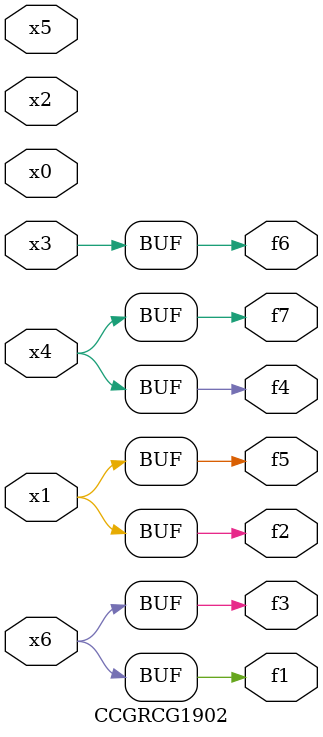
<source format=v>
module CCGRCG1902(
	input x0, x1, x2, x3, x4, x5, x6,
	output f1, f2, f3, f4, f5, f6, f7
);
	assign f1 = x6;
	assign f2 = x1;
	assign f3 = x6;
	assign f4 = x4;
	assign f5 = x1;
	assign f6 = x3;
	assign f7 = x4;
endmodule

</source>
